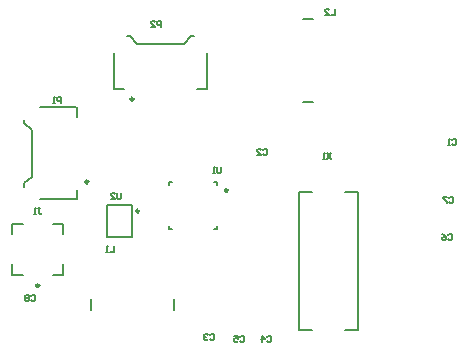
<source format=gto>
G04*
G04 #@! TF.GenerationSoftware,Altium Limited,Altium Designer,20.2.4 (192)*
G04*
G04 Layer_Color=65535*
%FSLAX24Y24*%
%MOIN*%
G70*
G04*
G04 #@! TF.SameCoordinates,5BCF1839-4794-4958-B018-1AD1511920B9*
G04*
G04*
G04 #@! TF.FilePolarity,Positive*
G04*
G01*
G75*
%ADD10C,0.0098*%
%ADD11C,0.0079*%
%ADD12C,0.0050*%
D10*
X5179Y8060D02*
G03*
X5179Y8060I49J0D01*
G01*
X6681Y10812D02*
G03*
X6681Y10812I49J0D01*
G01*
X9831Y7772D02*
G03*
X9831Y7772I49J0D01*
G01*
X3541Y4603D02*
G03*
X3541Y4603I49J0D01*
G01*
X6871Y7085D02*
G03*
X6871Y7085I49J0D01*
G01*
D11*
X3114Y7888D02*
Y8006D01*
X3382Y9801D02*
X3114Y10014D01*
X3382Y8219D02*
X3114Y8006D01*
X3382Y8219D02*
Y9801D01*
X3114Y10014D02*
Y10132D01*
X4886Y7475D02*
Y7790D01*
Y10230D02*
Y10545D01*
X4876Y7475D02*
X3673D01*
X4876Y10545D02*
X3673D01*
X9215Y11164D02*
Y12367D01*
X6145Y11164D02*
Y12367D01*
X9215Y11154D02*
X8900D01*
X6460D02*
X6145D01*
X8802Y12926D02*
X8684D01*
X8471Y12658D02*
X6889D01*
X6676Y12926D01*
X8684D02*
X8471Y12658D01*
X6676Y12926D02*
X6558D01*
X12729Y7713D02*
X12296D01*
X12729Y3107D02*
X12296D01*
X14264Y7713D02*
X13831D01*
X14264Y3107D02*
X13831D01*
X12296D02*
Y7713D01*
X14264Y3107D02*
Y7713D01*
X12777Y10732D02*
X12423D01*
X12777Y13488D02*
X12423D01*
X9547Y7969D02*
Y8067D01*
X9449D01*
X9547Y6493D02*
Y6591D01*
Y6493D02*
X9449D01*
X7973Y7969D02*
Y8067D01*
X8071D02*
X7973D01*
Y6493D02*
Y6591D01*
X8071Y6493D02*
X7973D01*
X8128Y3803D02*
Y4157D01*
X5372Y3803D02*
Y4157D01*
X4440Y4970D02*
X4097D01*
X4440D02*
Y5313D01*
X3083Y4970D02*
X2740D01*
X3083Y6670D02*
X2740D01*
X2740Y4970D02*
Y5313D01*
X2740Y6327D02*
Y6670D01*
X4440Y6327D02*
Y6670D01*
X4097D01*
X6733Y7291D02*
X5907D01*
X6733Y6229D02*
Y7291D01*
Y6229D02*
X5907D01*
Y7291D01*
D12*
X4348Y10690D02*
Y10890D01*
X4248D01*
X4214Y10857D01*
Y10790D01*
X4248Y10757D01*
X4348D01*
X4148Y10690D02*
X4081D01*
X4115D01*
Y10890D01*
X4148Y10857D01*
X7687Y13230D02*
Y13430D01*
X7587D01*
X7553Y13397D01*
Y13330D01*
X7587Y13297D01*
X7687D01*
X7353Y13230D02*
X7487D01*
X7353Y13363D01*
Y13397D01*
X7387Y13430D01*
X7453D01*
X7487Y13397D01*
X13353Y9020D02*
X13220Y8820D01*
Y9020D02*
X13353Y8820D01*
X13153D02*
X13087D01*
X13120D01*
Y9020D01*
X13153Y8987D01*
X13487Y13830D02*
Y13630D01*
X13353D01*
X13153D02*
X13287D01*
X13153Y13763D01*
Y13797D01*
X13187Y13830D01*
X13253D01*
X13287Y13797D01*
X17257Y6297D02*
X17290Y6330D01*
X17357D01*
X17390Y6297D01*
Y6163D01*
X17357Y6130D01*
X17290D01*
X17257Y6163D01*
X17057Y6330D02*
X17123Y6297D01*
X17190Y6230D01*
Y6163D01*
X17157Y6130D01*
X17090D01*
X17057Y6163D01*
Y6197D01*
X17090Y6230D01*
X17190D01*
X9707Y8539D02*
Y8372D01*
X9674Y8339D01*
X9607D01*
X9574Y8372D01*
Y8539D01*
X9508Y8339D02*
X9441D01*
X9474D01*
Y8539D01*
X9508Y8506D01*
X17386Y9458D02*
X17419Y9492D01*
X17486D01*
X17519Y9458D01*
Y9325D01*
X17486Y9292D01*
X17419D01*
X17386Y9325D01*
X17319Y9292D02*
X17252D01*
X17286D01*
Y9492D01*
X17319Y9458D01*
X6143Y5910D02*
Y5710D01*
X6010D01*
X5943D02*
X5877D01*
X5910D01*
Y5910D01*
X5943Y5877D01*
X10313Y2895D02*
X10346Y2928D01*
X10413D01*
X10446Y2895D01*
Y2762D01*
X10413Y2728D01*
X10346D01*
X10313Y2762D01*
X10113Y2928D02*
X10246D01*
Y2828D01*
X10180Y2862D01*
X10146D01*
X10113Y2828D01*
Y2762D01*
X10146Y2728D01*
X10213D01*
X10246Y2762D01*
X11083Y9127D02*
X11117Y9160D01*
X11183D01*
X11217Y9127D01*
Y8993D01*
X11183Y8960D01*
X11117D01*
X11083Y8993D01*
X10883Y8960D02*
X11017D01*
X10883Y9093D01*
Y9127D01*
X10917Y9160D01*
X10983D01*
X11017Y9127D01*
X9329Y2944D02*
X9362Y2978D01*
X9429D01*
X9462Y2944D01*
Y2811D01*
X9429Y2778D01*
X9362D01*
X9329Y2811D01*
X9262Y2944D02*
X9229Y2978D01*
X9162D01*
X9129Y2944D01*
Y2911D01*
X9162Y2878D01*
X9196D01*
X9162D01*
X9129Y2844D01*
Y2811D01*
X9162Y2778D01*
X9229D01*
X9262Y2811D01*
X17307Y7537D02*
X17340Y7570D01*
X17407D01*
X17440Y7537D01*
Y7403D01*
X17407Y7370D01*
X17340D01*
X17307Y7403D01*
X17240Y7570D02*
X17107D01*
Y7537D01*
X17240Y7403D01*
Y7370D01*
X11238Y2891D02*
X11272Y2925D01*
X11338D01*
X11372Y2891D01*
Y2758D01*
X11338Y2725D01*
X11272D01*
X11238Y2758D01*
X11072Y2725D02*
Y2925D01*
X11172Y2825D01*
X11038D01*
X3610Y7180D02*
X3676D01*
X3643D01*
Y7013D01*
X3676Y6980D01*
X3710D01*
X3743Y7013D01*
X3543Y6980D02*
X3476D01*
X3510D01*
Y7180D01*
X3543Y7146D01*
X6347Y7700D02*
Y7533D01*
X6313Y7500D01*
X6247D01*
X6213Y7533D01*
Y7700D01*
X6013Y7500D02*
X6147D01*
X6013Y7633D01*
Y7667D01*
X6047Y7700D01*
X6113D01*
X6147Y7667D01*
X3378Y4258D02*
X3412Y4291D01*
X3478D01*
X3512Y4258D01*
Y4125D01*
X3478Y4091D01*
X3412D01*
X3378Y4125D01*
X3312Y4258D02*
X3278Y4291D01*
X3212D01*
X3179Y4258D01*
Y4225D01*
X3212Y4191D01*
X3179Y4158D01*
Y4125D01*
X3212Y4091D01*
X3278D01*
X3312Y4125D01*
Y4158D01*
X3278Y4191D01*
X3312Y4225D01*
Y4258D01*
X3278Y4191D02*
X3212D01*
M02*

</source>
